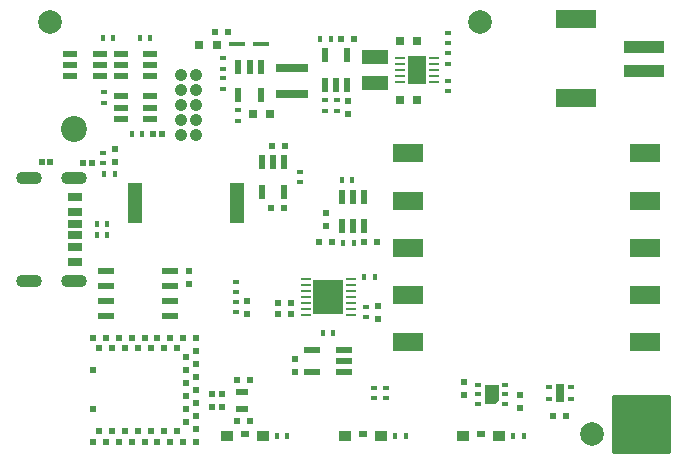
<source format=gts>
G04 #@! TF.GenerationSoftware,KiCad,Pcbnew,(5.1.9)-1*
G04 #@! TF.CreationDate,2021-03-02T14:01:06-05:00*
G04 #@! TF.ProjectId,Canary,43616e61-7279-42e6-9b69-6361645f7063,A.1*
G04 #@! TF.SameCoordinates,Original*
G04 #@! TF.FileFunction,Soldermask,Top*
G04 #@! TF.FilePolarity,Negative*
%FSLAX46Y46*%
G04 Gerber Fmt 4.6, Leading zero omitted, Abs format (unit mm)*
G04 Created by KiCad (PCBNEW (5.1.9)-1) date 2021-03-02 14:01:06*
%MOMM*%
%LPD*%
G01*
G04 APERTURE LIST*
%ADD10R,1.200000X0.800000*%
%ADD11R,1.200000X0.760000*%
%ADD12R,1.200000X0.700000*%
%ADD13O,2.200000X1.100000*%
%ADD14C,2.000000*%
%ADD15R,0.590000X1.240000*%
%ADD16R,0.810000X0.260000*%
%ADD17R,1.630000X2.480000*%
%ADD18R,0.400000X0.600000*%
%ADD19R,0.470000X0.600000*%
%ADD20C,2.200000*%
%ADD21R,1.100000X0.600000*%
%ADD22R,0.550000X0.400000*%
%ADD23C,0.100000*%
%ADD24R,2.500000X1.500000*%
%ADD25R,3.500000X1.000000*%
%ADD26R,3.400000X1.500000*%
%ADD27R,0.550000X0.350000*%
%ADD28R,0.700000X1.600000*%
%ADD29R,0.600000X1.220000*%
%ADD30C,1.050000*%
%ADD31R,0.600000X0.400000*%
%ADD32R,0.500000X0.600000*%
%ADD33R,0.600000X0.500000*%
%ADD34R,0.800000X0.750000*%
%ADD35R,1.358900X0.457200*%
%ADD36R,0.500000X0.500000*%
%ADD37R,2.220000X1.200000*%
%ADD38R,2.700000X0.800000*%
%ADD39R,1.300000X3.400000*%
%ADD40R,1.220000X0.500000*%
%ADD41R,1.447800X0.558800*%
%ADD42R,0.860000X0.270000*%
%ADD43R,2.600000X3.000000*%
%ADD44R,1.320800X0.558800*%
%ADD45R,0.590000X1.210000*%
%ADD46R,0.800000X0.600000*%
%ADD47R,1.000000X0.900000*%
%ADD48C,0.254000*%
G04 APERTURE END LIST*
D10*
X121630000Y-94250000D03*
X121630000Y-99750000D03*
D11*
X121630000Y-95480000D03*
X121630000Y-98520000D03*
D12*
X121630000Y-96500000D03*
X121630000Y-97500000D03*
D13*
X121550000Y-92680000D03*
X121550000Y-101320000D03*
X117750000Y-92680000D03*
X117750000Y-101320000D03*
D14*
X119470000Y-79450000D03*
X165400000Y-114300000D03*
X155900000Y-79450000D03*
D15*
X137350000Y-83215000D03*
X136400000Y-83215000D03*
X135450000Y-83215000D03*
X135450000Y-85585000D03*
X137350000Y-85585000D03*
D16*
X149105000Y-82500000D03*
X149105000Y-83000000D03*
X149105000Y-83500000D03*
X149105000Y-84000000D03*
X149105000Y-84500000D03*
X151995000Y-84500000D03*
X151995000Y-84000000D03*
X151995000Y-83500000D03*
X151995000Y-83000000D03*
X151995000Y-82500000D03*
D17*
X150550000Y-83500000D03*
D18*
X126400000Y-88900000D03*
X127300000Y-88900000D03*
D19*
X119515000Y-91250000D03*
X118785000Y-91250000D03*
X128215000Y-88900000D03*
X128945000Y-88900000D03*
X123015000Y-91380000D03*
X122285000Y-91380000D03*
D20*
X169500000Y-113500000D03*
D21*
X135750000Y-110800000D03*
X135750000Y-112200000D03*
D22*
X158050000Y-111750000D03*
X158050000Y-110950000D03*
X158050000Y-110150000D03*
X155750000Y-110150000D03*
X155750000Y-110950000D03*
X155750000Y-111750000D03*
D23*
G36*
X156300000Y-110150000D02*
G01*
X157500000Y-110150000D01*
X157500000Y-111450000D01*
X157200000Y-111750000D01*
X156300000Y-111750000D01*
X156300000Y-110150000D01*
G37*
D24*
X169850000Y-106550000D03*
X169850000Y-102550000D03*
X169850000Y-98550000D03*
X169850000Y-94550000D03*
X169850000Y-90550000D03*
X149850000Y-90550000D03*
X149850000Y-94550000D03*
X149850000Y-98550000D03*
X149850000Y-102550000D03*
X149850000Y-106550000D03*
D25*
X169750000Y-83550000D03*
X169750000Y-81550000D03*
D26*
X164000000Y-85900000D03*
X164000000Y-79200000D03*
D27*
X163575000Y-111350000D03*
X163575000Y-110350000D03*
X161725000Y-110350000D03*
X161725000Y-111350000D03*
D28*
X162650000Y-110850000D03*
D29*
X142775000Y-84745000D03*
X143725000Y-84745000D03*
X144675000Y-84745000D03*
X144675000Y-82255000D03*
X142775000Y-82255000D03*
D30*
X131900000Y-83940000D03*
X130630000Y-83940000D03*
X131900000Y-85210000D03*
X130630000Y-85210000D03*
X131900000Y-86480000D03*
X130630000Y-86480000D03*
X131900000Y-87750000D03*
X130630000Y-87750000D03*
X131900000Y-89020000D03*
X130630000Y-89020000D03*
D18*
X124075000Y-92300000D03*
X124975000Y-92300000D03*
D31*
X124025000Y-91400000D03*
X124025000Y-90500000D03*
D32*
X124975000Y-91300000D03*
X124975000Y-90200000D03*
X136150000Y-103050000D03*
X136150000Y-104150000D03*
X133200000Y-112000000D03*
X133200000Y-110900000D03*
X134100000Y-112000000D03*
X134100000Y-110900000D03*
X131250000Y-100550000D03*
X131250000Y-101650000D03*
D33*
X136400000Y-109750000D03*
X135300000Y-109750000D03*
X135300000Y-113250000D03*
X136400000Y-113250000D03*
X163200000Y-112750000D03*
X162100000Y-112750000D03*
D32*
X159250000Y-112100000D03*
X159250000Y-111000000D03*
X154550000Y-111000000D03*
X154550000Y-109900000D03*
X142900000Y-96725000D03*
X142900000Y-95625000D03*
D33*
X146100000Y-98075000D03*
X147200000Y-98075000D03*
X143400000Y-98075000D03*
X142300000Y-98075000D03*
X139895000Y-104150000D03*
X138795000Y-104150000D03*
X139895000Y-103250000D03*
X138795000Y-103250000D03*
D32*
X147275000Y-104550000D03*
X147275000Y-103450000D03*
X140200000Y-109100000D03*
X140200000Y-108000000D03*
D34*
X150600000Y-86000000D03*
X149100000Y-86000000D03*
D33*
X139400000Y-89950000D03*
X138300000Y-89950000D03*
D34*
X150600000Y-81000000D03*
X149100000Y-81000000D03*
D33*
X144175000Y-80900000D03*
X145275000Y-80900000D03*
D34*
X136650000Y-87200000D03*
X138150000Y-87200000D03*
D33*
X139350000Y-95200000D03*
X138250000Y-95200000D03*
D32*
X144725000Y-86150000D03*
X144725000Y-87250000D03*
D34*
X132100000Y-81400000D03*
X133600000Y-81400000D03*
D33*
X134600000Y-80250000D03*
X133500000Y-80250000D03*
D35*
X135327650Y-81300000D03*
X137372350Y-81300000D03*
D36*
X123100000Y-114950000D03*
X123650000Y-114050000D03*
X124200000Y-114950000D03*
X124750000Y-114050000D03*
X125300000Y-114950000D03*
X125850000Y-114050000D03*
X126400000Y-114950000D03*
X126950000Y-114050000D03*
X127500000Y-114950000D03*
X128050000Y-114050000D03*
X128600000Y-114950000D03*
X129150000Y-114050000D03*
X129700000Y-114950000D03*
X130250000Y-114050000D03*
X130800000Y-114950000D03*
X131900000Y-114950000D03*
X131900000Y-113850000D03*
X131000000Y-113300000D03*
X131900000Y-112750000D03*
X131000000Y-112200000D03*
X131900000Y-111650000D03*
X131000000Y-111100000D03*
X131900000Y-110550000D03*
X131000000Y-110000000D03*
X131900000Y-109450000D03*
X131000000Y-108900000D03*
X131900000Y-108350000D03*
X131000000Y-107800000D03*
X131900000Y-107250000D03*
X131900000Y-106150000D03*
X130800000Y-106150000D03*
X130250000Y-107050000D03*
X129700000Y-106150000D03*
X129150000Y-107050000D03*
X128600000Y-106150000D03*
X128050000Y-107050000D03*
X127500000Y-106150000D03*
X126950000Y-107050000D03*
X126400000Y-106150000D03*
X125850000Y-107050000D03*
X125300000Y-106150000D03*
X124750000Y-107050000D03*
X124200000Y-106150000D03*
X123650000Y-107050000D03*
X123100000Y-106150000D03*
X123100000Y-108900000D03*
X123100000Y-112200000D03*
D37*
X147000000Y-84610000D03*
X147000000Y-82390000D03*
D38*
X139950000Y-85500000D03*
X139950000Y-83300000D03*
D39*
X126670000Y-94720000D03*
X135370000Y-94720000D03*
D40*
X121200000Y-82125000D03*
X121200000Y-83075000D03*
X121200000Y-84025000D03*
X123690000Y-84025000D03*
X123690000Y-83075000D03*
X123690000Y-82125000D03*
X127995000Y-84025000D03*
X127995000Y-83075000D03*
X127995000Y-82125000D03*
X125505000Y-82125000D03*
X125505000Y-83075000D03*
X125505000Y-84025000D03*
X125505000Y-85725000D03*
X125505000Y-86675000D03*
X125505000Y-87625000D03*
X127995000Y-87625000D03*
X127995000Y-86675000D03*
X127995000Y-85725000D03*
D31*
X135215000Y-102325000D03*
X135215000Y-101425000D03*
X135210000Y-103120000D03*
X135210000Y-104020000D03*
X146950000Y-110400000D03*
X146950000Y-111300000D03*
D18*
X124875000Y-80825000D03*
X123975000Y-80825000D03*
D31*
X147920000Y-110400000D03*
X147920000Y-111300000D03*
D18*
X127100000Y-80825000D03*
X128000000Y-80825000D03*
D31*
X124075000Y-85350000D03*
X124075000Y-86250000D03*
D18*
X138700000Y-114500000D03*
X139600000Y-114500000D03*
X148700000Y-114500000D03*
X149600000Y-114500000D03*
X158700000Y-114500000D03*
X159600000Y-114500000D03*
X144200000Y-92800000D03*
X145100000Y-92800000D03*
X145200000Y-98125000D03*
X144300000Y-98125000D03*
D31*
X146275000Y-104450000D03*
X146275000Y-103550000D03*
D18*
X147000000Y-101050000D03*
X146100000Y-101050000D03*
X143500000Y-105750000D03*
X142600000Y-105750000D03*
D31*
X153200000Y-84400000D03*
X153200000Y-85300000D03*
D18*
X123450000Y-97500000D03*
X124350000Y-97500000D03*
X123450000Y-96500000D03*
X124350000Y-96500000D03*
D31*
X153200000Y-80350000D03*
X153200000Y-81250000D03*
X153200000Y-82050000D03*
X153200000Y-82950000D03*
X143775000Y-86950000D03*
X143775000Y-86050000D03*
X142775000Y-86950000D03*
X142775000Y-86050000D03*
X140650000Y-93000000D03*
X140650000Y-92100000D03*
X135450000Y-86900000D03*
X135450000Y-87800000D03*
D18*
X143275000Y-80850000D03*
X142375000Y-80850000D03*
D31*
X134150000Y-82500000D03*
X134150000Y-83400000D03*
X134150000Y-84200000D03*
X134150000Y-85100000D03*
D41*
X124219500Y-100495000D03*
X124219500Y-101765000D03*
X124219500Y-103035000D03*
X124219500Y-104305000D03*
X129680500Y-104305000D03*
X129680500Y-103035000D03*
X129680500Y-101765000D03*
X129680500Y-100495000D03*
D29*
X146100000Y-94230000D03*
X145150000Y-94230000D03*
X144200000Y-94230000D03*
X144200000Y-96720000D03*
X145150000Y-96720000D03*
X146100000Y-96720000D03*
D42*
X141140000Y-101200000D03*
X141140000Y-101700000D03*
X141140000Y-102200000D03*
X141140000Y-102700000D03*
X141140000Y-103200000D03*
X141140000Y-103700000D03*
X141140000Y-104200000D03*
X145010000Y-104200000D03*
X145010000Y-103700000D03*
X145010000Y-103200000D03*
X145010000Y-102700000D03*
X145010000Y-102200000D03*
X145010000Y-101700000D03*
X145010000Y-101200000D03*
D43*
X143075000Y-102700000D03*
D44*
X144421600Y-109089800D03*
X144421600Y-108150000D03*
X144421600Y-107210200D03*
X141678400Y-107210200D03*
X141678400Y-109089800D03*
D45*
X139350000Y-91295000D03*
X138400000Y-91295000D03*
X137450000Y-91295000D03*
X137450000Y-93805000D03*
X139350000Y-93805000D03*
D20*
X121500000Y-88500000D03*
D46*
X136000000Y-114350000D03*
D47*
X134500000Y-114500000D03*
X137500000Y-114500000D03*
D46*
X146000000Y-114350000D03*
D47*
X144500000Y-114500000D03*
X147500000Y-114500000D03*
D46*
X156000000Y-114350000D03*
D47*
X154500000Y-114500000D03*
X157500000Y-114500000D03*
D48*
X171873000Y-115873000D02*
X167127000Y-115873000D01*
X167127000Y-111127000D01*
X171873000Y-111127000D01*
X171873000Y-115873000D01*
D23*
G36*
X171873000Y-115873000D02*
G01*
X167127000Y-115873000D01*
X167127000Y-111127000D01*
X171873000Y-111127000D01*
X171873000Y-115873000D01*
G37*
M02*

</source>
